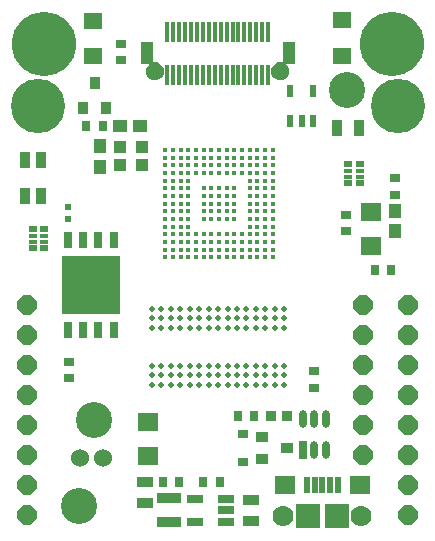
<source format=gts>
G04 Layer_Color=8388736*
%FSLAX25Y25*%
%MOIN*%
G70*
G01*
G75*
%ADD92C,0.06000*%
%ADD130R,0.03200X0.05200*%
%ADD131C,0.12000*%
%ADD132R,0.02000X0.05800*%
%ADD133R,0.06700X0.06000*%
%ADD134R,0.07900X0.07900*%
%ADD135R,0.04000X0.03600*%
%ADD136R,0.02900X0.03400*%
%ADD137R,0.03400X0.02900*%
%ADD138R,0.02762X0.01975*%
%ADD139R,0.02762X0.01581*%
%ADD140R,0.02400X0.02400*%
%ADD141R,0.02400X0.04337*%
%ADD142R,0.04400X0.04800*%
%ADD143R,0.04800X0.04400*%
%ADD144R,0.06700X0.06000*%
%ADD145R,0.04337X0.03943*%
%ADD146R,0.01600X0.06700*%
%ADD147R,0.04000X0.07500*%
%ADD148R,0.03392X0.03400*%
%ADD149R,0.03600X0.05200*%
%ADD150O,0.02762X0.05912*%
%ADD151R,0.02762X0.05912*%
%ADD152R,0.05200X0.02600*%
%ADD153R,0.05200X0.03600*%
%ADD154R,0.06000X0.05200*%
%ADD155R,0.03600X0.04000*%
%ADD156R,0.03700X0.02900*%
%ADD157R,0.08300X0.03600*%
%ADD158C,0.01975*%
%ADD159R,0.02762X0.05518*%
%ADD160R,0.19298X0.19298*%
%ADD161C,0.01581*%
%ADD162C,0.18117*%
%ADD163C,0.07000*%
%ADD164P,0.06927X8X22.5*%
%ADD165C,0.02800*%
%ADD166C,0.21400*%
G36*
X49915Y157023D02*
X50645Y156721D01*
X51271Y156240D01*
X51752Y155613D01*
X52054Y154884D01*
X52131Y154297D01*
X52131Y154100D01*
X52131Y153903D01*
X52054Y153316D01*
X51752Y152587D01*
X51271Y151960D01*
X50645Y151479D01*
X49915Y151177D01*
X49328Y151100D01*
X49132Y151100D01*
X48935Y151100D01*
X48348Y151177D01*
X47618Y151479D01*
X46992Y151960D01*
X46511Y152587D01*
X46209Y153316D01*
X46132Y153903D01*
X46132Y154100D01*
X46132Y154297D01*
X46209Y154884D01*
X46511Y155613D01*
X46992Y156240D01*
X47618Y156721D01*
X48348Y157023D01*
X48935Y157100D01*
X49132Y157100D01*
X49328Y157100D01*
X49915Y157023D01*
D02*
G37*
G36*
X91684D02*
X92413Y156721D01*
X93040Y156240D01*
X93521Y155613D01*
X93823Y154884D01*
X93900Y154297D01*
X93900Y154100D01*
X93900Y153903D01*
X93823Y153316D01*
X93521Y152587D01*
X93040Y151960D01*
X92413Y151479D01*
X91684Y151177D01*
X91097Y151100D01*
X90900Y151100D01*
X90703Y151100D01*
X90117Y151177D01*
X89387Y151479D01*
X88760Y151960D01*
X88279Y152587D01*
X87977Y153316D01*
X87900Y153903D01*
X87900Y154100D01*
X87900Y154297D01*
X87977Y154884D01*
X88279Y155613D01*
X88760Y156240D01*
X89387Y156721D01*
X90117Y157023D01*
X90703Y157100D01*
X90900Y157100D01*
X91097Y157100D01*
X91684Y157023D01*
D02*
G37*
D92*
X31937Y25000D02*
D03*
X24000D02*
D03*
D130*
X5700Y124406D02*
D03*
X11256D02*
D03*
X5700Y112500D02*
D03*
X11256D02*
D03*
D131*
X23976Y9169D02*
D03*
X28676Y37969D02*
D03*
X113076Y147669D02*
D03*
D132*
X104974Y16269D02*
D03*
X107574D02*
D03*
X102415D02*
D03*
X99856D02*
D03*
X110174D02*
D03*
D133*
X92376D02*
D03*
X117574D02*
D03*
D134*
X100250Y5737D02*
D03*
X109774D02*
D03*
D135*
X93202Y28500D02*
D03*
X84865Y24700D02*
D03*
Y32240D02*
D03*
D136*
X122476Y87769D02*
D03*
X127976D02*
D03*
X31796Y135669D02*
D03*
X26296D02*
D03*
X70776Y17169D02*
D03*
X65276D02*
D03*
X57276D02*
D03*
X51776D02*
D03*
X82202Y39000D02*
D03*
X76702D02*
D03*
D137*
X129076Y112969D02*
D03*
Y118469D02*
D03*
X112676Y106269D02*
D03*
Y100769D02*
D03*
X37776Y157769D02*
D03*
Y163269D02*
D03*
X102276Y54069D02*
D03*
Y48569D02*
D03*
X20476Y57169D02*
D03*
Y51669D02*
D03*
D138*
X8339Y95035D02*
D03*
Y101334D02*
D03*
X12276D02*
D03*
Y95035D02*
D03*
X117544Y123119D02*
D03*
Y116819D02*
D03*
X113608Y116819D02*
D03*
Y123119D02*
D03*
D139*
X8339Y97201D02*
D03*
Y99169D02*
D03*
X12276D02*
D03*
Y97201D02*
D03*
X117544Y120953D02*
D03*
Y118985D02*
D03*
X113608D02*
D03*
Y120953D02*
D03*
D140*
X20276Y104969D02*
D03*
Y108969D02*
D03*
D141*
X98036Y137469D02*
D03*
X94296Y147469D02*
D03*
X101776D02*
D03*
X101776Y137469D02*
D03*
X94296D02*
D03*
D142*
X30776Y129016D02*
D03*
Y122269D02*
D03*
X129276Y107569D02*
D03*
Y100822D02*
D03*
D143*
X37430Y135669D02*
D03*
X44176D02*
D03*
D144*
X46876Y37081D02*
D03*
Y25969D02*
D03*
X121276Y95957D02*
D03*
Y107069D02*
D03*
D145*
X44713Y128909D02*
D03*
X37391Y122767D02*
D03*
Y128909D02*
D03*
X44713Y122767D02*
D03*
D146*
X86800Y152913D02*
D03*
Y167100D02*
D03*
X84800Y152913D02*
D03*
Y167100D02*
D03*
X82800Y152913D02*
D03*
Y167100D02*
D03*
X80900Y152913D02*
D03*
Y167100D02*
D03*
X78900Y152913D02*
D03*
Y167100D02*
D03*
X76900Y152913D02*
D03*
Y167100D02*
D03*
X75000Y152913D02*
D03*
Y167100D02*
D03*
X73000Y152913D02*
D03*
Y167100D02*
D03*
X71000Y152913D02*
D03*
Y167100D02*
D03*
X69016Y152913D02*
D03*
Y167100D02*
D03*
X67047Y152913D02*
D03*
Y167100D02*
D03*
X65079Y152913D02*
D03*
Y167100D02*
D03*
X63110Y152913D02*
D03*
Y167100D02*
D03*
X61142Y152913D02*
D03*
Y167100D02*
D03*
X59173Y152913D02*
D03*
Y167100D02*
D03*
X57205Y152913D02*
D03*
Y167100D02*
D03*
X55236Y152913D02*
D03*
Y167100D02*
D03*
X53268Y152913D02*
D03*
Y167100D02*
D03*
D147*
X93700Y160000D02*
D03*
X46378D02*
D03*
D148*
X93202Y39000D02*
D03*
X87702D02*
D03*
D149*
X117119Y135069D02*
D03*
X109976D02*
D03*
D150*
X98536Y38299D02*
D03*
X106016D02*
D03*
Y27669D02*
D03*
X102276D02*
D03*
Y38299D02*
D03*
D151*
X98536Y27669D02*
D03*
D152*
X72895Y3929D02*
D03*
X72895Y7669D02*
D03*
X72895Y11469D02*
D03*
X62576Y11469D02*
D03*
X62576Y3929D02*
D03*
D153*
X45776Y10026D02*
D03*
Y17169D02*
D03*
X81276Y4126D02*
D03*
Y11269D02*
D03*
D154*
X28500Y170905D02*
D03*
Y159000D02*
D03*
X111500Y159095D02*
D03*
Y171000D02*
D03*
D155*
X28996Y150006D02*
D03*
X32796Y141669D02*
D03*
X25256D02*
D03*
D156*
X78576Y23941D02*
D03*
Y33069D02*
D03*
D157*
X53776Y3732D02*
D03*
Y11669D02*
D03*
D158*
X92224Y74819D02*
D03*
X92224Y71669D02*
D03*
Y68520D02*
D03*
X92224Y55921D02*
D03*
Y52772D02*
D03*
X92224Y49622D02*
D03*
X89075Y74819D02*
D03*
X89075Y71669D02*
D03*
Y68520D02*
D03*
Y55921D02*
D03*
Y52772D02*
D03*
X89075Y49622D02*
D03*
X85925Y74819D02*
D03*
X85925Y71669D02*
D03*
Y68520D02*
D03*
Y55921D02*
D03*
X85925Y52772D02*
D03*
Y49622D02*
D03*
X82776Y74819D02*
D03*
Y71669D02*
D03*
X82776Y68520D02*
D03*
X82776Y55921D02*
D03*
X82776Y52772D02*
D03*
X82776Y49622D02*
D03*
X79626Y74819D02*
D03*
Y71669D02*
D03*
Y68520D02*
D03*
Y55921D02*
D03*
Y52772D02*
D03*
Y49622D02*
D03*
X76476Y74819D02*
D03*
Y71669D02*
D03*
X76476Y68520D02*
D03*
Y55921D02*
D03*
Y52772D02*
D03*
X76476Y49622D02*
D03*
X73327Y74819D02*
D03*
X73327Y71669D02*
D03*
X73327Y68520D02*
D03*
X73327Y55921D02*
D03*
Y52772D02*
D03*
Y49622D02*
D03*
X70177Y74819D02*
D03*
X70177Y71669D02*
D03*
X70177Y68520D02*
D03*
X70177Y55921D02*
D03*
X70177Y52772D02*
D03*
Y49622D02*
D03*
X67028Y74819D02*
D03*
X67028Y71669D02*
D03*
Y68520D02*
D03*
X67028Y55921D02*
D03*
X67028Y52772D02*
D03*
X67028Y49622D02*
D03*
X63878Y74819D02*
D03*
X63878Y71669D02*
D03*
Y68520D02*
D03*
Y55921D02*
D03*
Y52772D02*
D03*
X63878Y49622D02*
D03*
X60728Y74819D02*
D03*
X60728Y71669D02*
D03*
X60728Y68520D02*
D03*
X60728Y55921D02*
D03*
X60728Y52772D02*
D03*
X60728Y49622D02*
D03*
X57579Y74819D02*
D03*
X57579Y71669D02*
D03*
Y68520D02*
D03*
X57579Y55921D02*
D03*
X57579Y52772D02*
D03*
X57579Y49622D02*
D03*
X54429Y74819D02*
D03*
X54429Y71669D02*
D03*
Y68520D02*
D03*
X54429Y55921D02*
D03*
X54429Y52772D02*
D03*
Y49622D02*
D03*
X51280Y74819D02*
D03*
X51280Y71669D02*
D03*
Y68520D02*
D03*
X51280Y55921D02*
D03*
Y52772D02*
D03*
X51280Y49622D02*
D03*
X48130Y74819D02*
D03*
X48130Y71669D02*
D03*
X48130Y68520D02*
D03*
Y55921D02*
D03*
Y52772D02*
D03*
Y49622D02*
D03*
D159*
X30296Y97829D02*
D03*
X35335Y97829D02*
D03*
X20216D02*
D03*
X25256Y97829D02*
D03*
Y67909D02*
D03*
X30296D02*
D03*
X35335Y67908D02*
D03*
X20217D02*
D03*
D160*
X27776Y82869D02*
D03*
D161*
X88367Y91992D02*
D03*
X85808D02*
D03*
X83249D02*
D03*
X80690D02*
D03*
X78131D02*
D03*
X75572D02*
D03*
X73012D02*
D03*
X70453D02*
D03*
X67894D02*
D03*
X65335D02*
D03*
X62776D02*
D03*
X60217D02*
D03*
X57658D02*
D03*
X55099D02*
D03*
X52540D02*
D03*
X88367Y94551D02*
D03*
X85808D02*
D03*
X83249D02*
D03*
X80690D02*
D03*
X78131D02*
D03*
X75572D02*
D03*
X73013D02*
D03*
X70454D02*
D03*
X67895D02*
D03*
X65336D02*
D03*
X62776D02*
D03*
X60217D02*
D03*
X57658D02*
D03*
X55099D02*
D03*
X52540D02*
D03*
X88367Y97110D02*
D03*
X85808D02*
D03*
X83249D02*
D03*
X80690D02*
D03*
X78131D02*
D03*
X75572D02*
D03*
X73012D02*
D03*
X70453D02*
D03*
X67894D02*
D03*
X65335D02*
D03*
X62776D02*
D03*
X60217D02*
D03*
X57658D02*
D03*
X55099D02*
D03*
X52540D02*
D03*
X88367Y99669D02*
D03*
X85808D02*
D03*
X83249D02*
D03*
X80690D02*
D03*
X78131D02*
D03*
X75572D02*
D03*
X73012D02*
D03*
X70453D02*
D03*
X67894D02*
D03*
X65335D02*
D03*
X62776D02*
D03*
X60217D02*
D03*
X57658D02*
D03*
X55099D02*
D03*
X52540D02*
D03*
X88367Y102228D02*
D03*
X85808D02*
D03*
X83249D02*
D03*
X80690D02*
D03*
X60217D02*
D03*
X57658D02*
D03*
X55099D02*
D03*
X52540D02*
D03*
X88367Y104787D02*
D03*
X85808D02*
D03*
X83249D02*
D03*
X80690D02*
D03*
X75572D02*
D03*
X73013D02*
D03*
X70454D02*
D03*
X67894D02*
D03*
X65335D02*
D03*
X60217D02*
D03*
X57658D02*
D03*
X55099D02*
D03*
X52540D02*
D03*
X88367Y107347D02*
D03*
X85808D02*
D03*
X83249D02*
D03*
X80690D02*
D03*
X75572D02*
D03*
X73012D02*
D03*
X70453D02*
D03*
X67894D02*
D03*
X65335D02*
D03*
X60217D02*
D03*
X57658D02*
D03*
X55099D02*
D03*
X52540D02*
D03*
X88367Y109906D02*
D03*
X85808D02*
D03*
X83249D02*
D03*
X80690D02*
D03*
X75572D02*
D03*
X73012D02*
D03*
X70453D02*
D03*
X67894D02*
D03*
X65335D02*
D03*
X60217D02*
D03*
X57658D02*
D03*
X55099D02*
D03*
X52540D02*
D03*
X88367Y112465D02*
D03*
X85808D02*
D03*
X83249D02*
D03*
X80690D02*
D03*
X75572D02*
D03*
X73012D02*
D03*
X70453D02*
D03*
X67894D02*
D03*
X65335D02*
D03*
X60217D02*
D03*
X57658D02*
D03*
X55099D02*
D03*
X52540D02*
D03*
X88367Y115024D02*
D03*
X85808D02*
D03*
X83249D02*
D03*
X80690D02*
D03*
X75572D02*
D03*
X73013D02*
D03*
X70454D02*
D03*
X67895D02*
D03*
X65336D02*
D03*
X60217D02*
D03*
X57658D02*
D03*
X55099D02*
D03*
X52540D02*
D03*
X88367Y117583D02*
D03*
X85808D02*
D03*
X83249D02*
D03*
X80690D02*
D03*
X60217D02*
D03*
X57658D02*
D03*
X55099D02*
D03*
X52540D02*
D03*
X88367Y120142D02*
D03*
X85808D02*
D03*
X83249D02*
D03*
X80690D02*
D03*
X78131D02*
D03*
X75572D02*
D03*
X73012D02*
D03*
X70453D02*
D03*
X67894D02*
D03*
X65335D02*
D03*
X62776D02*
D03*
X60217D02*
D03*
X57658D02*
D03*
X55099D02*
D03*
X52540D02*
D03*
X88367Y122701D02*
D03*
X85808D02*
D03*
X83249D02*
D03*
X80690D02*
D03*
X78131D02*
D03*
X75572D02*
D03*
X73013D02*
D03*
X70454D02*
D03*
X67894D02*
D03*
X65335D02*
D03*
X62776D02*
D03*
X60217D02*
D03*
X57658D02*
D03*
X55099D02*
D03*
X52540D02*
D03*
X88367Y125260D02*
D03*
X85808D02*
D03*
X83249D02*
D03*
X80690D02*
D03*
X78131D02*
D03*
X75572D02*
D03*
X73013D02*
D03*
X70454D02*
D03*
X67895D02*
D03*
X65336D02*
D03*
X62777D02*
D03*
X60218D02*
D03*
X57659D02*
D03*
X55100D02*
D03*
X52540D02*
D03*
X88367Y127819D02*
D03*
X85808D02*
D03*
X83249D02*
D03*
X80690D02*
D03*
X78131D02*
D03*
X75572D02*
D03*
X73012D02*
D03*
X70453D02*
D03*
X67894D02*
D03*
X65335D02*
D03*
X62776D02*
D03*
X60217D02*
D03*
X57658D02*
D03*
X55099D02*
D03*
X52540D02*
D03*
D162*
X130000Y142500D02*
D03*
X10000D02*
D03*
D163*
X117974Y5737D02*
D03*
X91982D02*
D03*
D164*
X118500Y76000D02*
D03*
Y66000D02*
D03*
Y56000D02*
D03*
Y46000D02*
D03*
Y36000D02*
D03*
Y26000D02*
D03*
X6500Y76000D02*
D03*
Y66000D02*
D03*
Y56000D02*
D03*
Y46000D02*
D03*
Y36000D02*
D03*
Y26000D02*
D03*
Y16000D02*
D03*
Y6000D02*
D03*
X133500Y76000D02*
D03*
Y66000D02*
D03*
Y56000D02*
D03*
Y46000D02*
D03*
Y36000D02*
D03*
Y26000D02*
D03*
Y16000D02*
D03*
Y6000D02*
D03*
D165*
X90900Y154095D02*
D03*
X49134D02*
D03*
D166*
X12000Y163000D02*
D03*
X128000D02*
D03*
M02*

</source>
